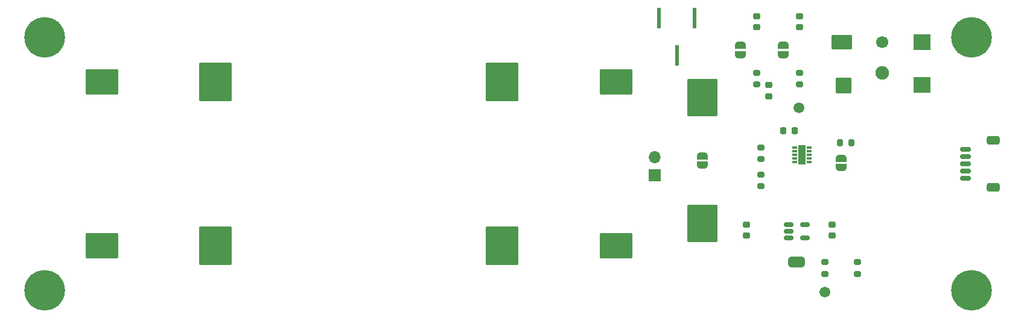
<source format=gts>
G04 #@! TF.GenerationSoftware,KiCad,Pcbnew,9.0.3*
G04 #@! TF.CreationDate,2025-08-26T18:22:23-07:00*
G04 #@! TF.ProjectId,newbatt,6e657762-6174-4742-9e6b-696361645f70,3*
G04 #@! TF.SameCoordinates,Original*
G04 #@! TF.FileFunction,Soldermask,Top*
G04 #@! TF.FilePolarity,Negative*
%FSLAX45Y45*%
G04 Gerber Fmt 4.5, Leading zero omitted, Abs format (unit mm)*
G04 Created by KiCad (PCBNEW 9.0.3) date 2025-08-26 18:22:23*
%MOMM*%
%LPD*%
G01*
G04 APERTURE LIST*
G04 Aperture macros list*
%AMRoundRect*
0 Rectangle with rounded corners*
0 $1 Rounding radius*
0 $2 $3 $4 $5 $6 $7 $8 $9 X,Y pos of 4 corners*
0 Add a 4 corners polygon primitive as box body*
4,1,4,$2,$3,$4,$5,$6,$7,$8,$9,$2,$3,0*
0 Add four circle primitives for the rounded corners*
1,1,$1+$1,$2,$3*
1,1,$1+$1,$4,$5*
1,1,$1+$1,$6,$7*
1,1,$1+$1,$8,$9*
0 Add four rect primitives between the rounded corners*
20,1,$1+$1,$2,$3,$4,$5,0*
20,1,$1+$1,$4,$5,$6,$7,0*
20,1,$1+$1,$6,$7,$8,$9,0*
20,1,$1+$1,$8,$9,$2,$3,0*%
%AMFreePoly0*
4,1,23,0.500000,-0.750000,0.000000,-0.750000,0.000000,-0.745722,-0.065263,-0.745722,-0.191342,-0.711940,-0.304381,-0.646677,-0.396677,-0.554381,-0.461940,-0.441342,-0.495722,-0.315263,-0.495722,-0.250000,-0.500000,-0.250000,-0.500000,0.250000,-0.495722,0.250000,-0.495722,0.315263,-0.461940,0.441342,-0.396677,0.554381,-0.304381,0.646677,-0.191342,0.711940,-0.065263,0.745722,0.000000,0.745722,
0.000000,0.750000,0.500000,0.750000,0.500000,-0.750000,0.500000,-0.750000,$1*%
%AMFreePoly1*
4,1,23,0.000000,0.745722,0.065263,0.745722,0.191342,0.711940,0.304381,0.646677,0.396677,0.554381,0.461940,0.441342,0.495722,0.315263,0.495722,0.250000,0.500000,0.250000,0.500000,-0.250000,0.495722,-0.250000,0.495722,-0.315263,0.461940,-0.441342,0.396677,-0.554381,0.304381,-0.646677,0.191342,-0.711940,0.065263,-0.745722,0.000000,-0.745722,0.000000,-0.750000,-0.500000,-0.750000,
-0.500000,0.750000,0.000000,0.750000,0.000000,0.745722,0.000000,0.745722,$1*%
G04 Aperture macros list end*
%ADD10C,0.000000*%
%ADD11C,1.500000*%
%ADD12FreePoly0,90.000000*%
%ADD13FreePoly1,90.000000*%
%ADD14RoundRect,0.102000X2.000000X-2.500000X2.000000X2.500000X-2.000000X2.500000X-2.000000X-2.500000X0*%
%ADD15C,3.600000*%
%ADD16C,5.700000*%
%ADD17R,0.558800X2.971800*%
%ADD18RoundRect,0.200000X0.275000X-0.200000X0.275000X0.200000X-0.275000X0.200000X-0.275000X-0.200000X0*%
%ADD19RoundRect,0.102000X2.150000X1.650000X-2.150000X1.650000X-2.150000X-1.650000X2.150000X-1.650000X0*%
%ADD20RoundRect,0.102000X2.150000X2.600000X-2.150000X2.600000X-2.150000X-2.600000X2.150000X-2.600000X0*%
%ADD21RoundRect,0.150000X-0.512500X-0.150000X0.512500X-0.150000X0.512500X0.150000X-0.512500X0.150000X0*%
%ADD22RoundRect,0.225000X-0.250000X0.225000X-0.250000X-0.225000X0.250000X-0.225000X0.250000X0.225000X0*%
%ADD23RoundRect,0.225000X0.225000X0.250000X-0.225000X0.250000X-0.225000X-0.250000X0.225000X-0.250000X0*%
%ADD24RoundRect,0.200000X-0.275000X0.200000X-0.275000X-0.200000X0.275000X-0.200000X0.275000X0.200000X0*%
%ADD25FreePoly0,180.000000*%
%ADD26FreePoly1,180.000000*%
%ADD27RoundRect,0.150000X0.625000X-0.150000X0.625000X0.150000X-0.625000X0.150000X-0.625000X-0.150000X0*%
%ADD28RoundRect,0.250000X0.650000X-0.350000X0.650000X0.350000X-0.650000X0.350000X-0.650000X-0.350000X0*%
%ADD29RoundRect,0.218750X-0.256250X0.218750X-0.256250X-0.218750X0.256250X-0.218750X0.256250X0.218750X0*%
%ADD30C,1.900000*%
%ADD31C,1.700000*%
%ADD32RoundRect,0.102000X1.100000X-1.000000X1.100000X1.000000X-1.100000X1.000000X-1.100000X-1.000000X0*%
%ADD33RoundRect,0.102000X1.300000X-0.950000X1.300000X0.950000X-1.300000X0.950000X-1.300000X-0.950000X0*%
%ADD34RoundRect,0.102000X1.000000X-1.000000X1.000000X1.000000X-1.000000X1.000000X-1.000000X-1.000000X0*%
%ADD35R,0.660400X0.304800*%
%ADD36C,0.508000*%
%ADD37R,0.939800X2.514600*%
%ADD38R,1.700000X1.700000*%
%ADD39O,1.700000X1.700000*%
%ADD40RoundRect,0.200000X-0.200000X-0.275000X0.200000X-0.275000X0.200000X0.275000X-0.200000X0.275000X0*%
G04 APERTURE END LIST*
G36*
X12515000Y-5205000D02*
G01*
X12485000Y-5205000D01*
X12485000Y-5055000D01*
X12515000Y-5055000D01*
X12515000Y-5205000D01*
G37*
D10*
G36*
X12555000Y-3753340D02*
G01*
X12521660Y-3753340D01*
X12521660Y-3489180D01*
X12555000Y-3489180D01*
X12555000Y-3753340D01*
G37*
G36*
X12628340Y-3522520D02*
G01*
X12521660Y-3522520D01*
X12521660Y-3489180D01*
X12628340Y-3489180D01*
X12628340Y-3522520D01*
G37*
G36*
X12628340Y-3601260D02*
G01*
X12521660Y-3601260D01*
X12521660Y-3562520D01*
X12628340Y-3562520D01*
X12628340Y-3601260D01*
G37*
G36*
X12628340Y-3680000D02*
G01*
X12521660Y-3680000D01*
X12521660Y-3641260D01*
X12628340Y-3641260D01*
X12628340Y-3680000D01*
G37*
G36*
X12628340Y-3753340D02*
G01*
X12521660Y-3753340D01*
X12521660Y-3720000D01*
X12628340Y-3720000D01*
X12628340Y-3753340D01*
G37*
G36*
X12628340Y-3753340D02*
G01*
X12595000Y-3753340D01*
X12595000Y-3489180D01*
X12628340Y-3489180D01*
X12628340Y-3753340D01*
G37*
D11*
X12900000Y-5550000D03*
D12*
X11175000Y-3765000D03*
D13*
X11175000Y-3635000D03*
D14*
X11175000Y-4585000D03*
X11175000Y-2815000D03*
D15*
X14950000Y-5525000D03*
D16*
X14950000Y-5525000D03*
D15*
X1950000Y-1975000D03*
D16*
X1950000Y-1975000D03*
D17*
X11070000Y-1700000D03*
X10820000Y-2223240D03*
X10570000Y-1700000D03*
D18*
X12540000Y-2632500D03*
X12540000Y-2467500D03*
D19*
X9963500Y-2600000D03*
D20*
X8368500Y-2600000D03*
X4348500Y-2600000D03*
D19*
X2753500Y-2600000D03*
X9963500Y-4900000D03*
D20*
X8368500Y-4900000D03*
X4348500Y-4900000D03*
D19*
X2753500Y-4900000D03*
D21*
X12386250Y-4600000D03*
X12386250Y-4695000D03*
X12386250Y-4790000D03*
X12613750Y-4790000D03*
X12613750Y-4600000D03*
D12*
X13125000Y-3800000D03*
D13*
X13125000Y-3670000D03*
D15*
X14950000Y-1975000D03*
D16*
X14950000Y-1975000D03*
D22*
X12110000Y-2642500D03*
X12110000Y-2797500D03*
D23*
X12470000Y-3280000D03*
X12315000Y-3280000D03*
D24*
X12000000Y-3517500D03*
X12000000Y-3682500D03*
D25*
X12565000Y-5130000D03*
D26*
X12435000Y-5130000D03*
D22*
X11800000Y-4600000D03*
X11800000Y-4755000D03*
D27*
X14870000Y-3950000D03*
X14870000Y-3850000D03*
X14870000Y-3750000D03*
X14870000Y-3650000D03*
X14870000Y-3550000D03*
D28*
X15257500Y-4080000D03*
X15257500Y-3420000D03*
D12*
X11715000Y-2215000D03*
D13*
X11715000Y-2085000D03*
D11*
X12530000Y-2960000D03*
D29*
X11940000Y-1671250D03*
X11940000Y-1828750D03*
D24*
X12000000Y-3897500D03*
X12000000Y-4062500D03*
D30*
X13705000Y-2470000D03*
D31*
X13705000Y-2040000D03*
D32*
X14260000Y-2640000D03*
X14260000Y-2040000D03*
D33*
X13130000Y-2040000D03*
D34*
X13160000Y-2650000D03*
D35*
X12472130Y-3521260D03*
X12472130Y-3571260D03*
X12472130Y-3621260D03*
X12472130Y-3671260D03*
X12472130Y-3721260D03*
X12677870Y-3721260D03*
X12677870Y-3671260D03*
X12677870Y-3621260D03*
X12677870Y-3571260D03*
X12677870Y-3521260D03*
D36*
X12575000Y-3542520D03*
X12575000Y-3621260D03*
D37*
X12575000Y-3621260D03*
D36*
X12575000Y-3700000D03*
D18*
X11940000Y-2632500D03*
X11940000Y-2467500D03*
D12*
X12315000Y-2215000D03*
D13*
X12315000Y-2085000D03*
D29*
X12540000Y-1671250D03*
X12540000Y-1828750D03*
D38*
X10510000Y-3907500D03*
D39*
X10510000Y-3653500D03*
D24*
X12900000Y-5130000D03*
X12900000Y-5295000D03*
D18*
X13350000Y-5295000D03*
X13350000Y-5130000D03*
D40*
X13107500Y-3450000D03*
X13272500Y-3450000D03*
D15*
X1950000Y-5525000D03*
D16*
X1950000Y-5525000D03*
D22*
X13000000Y-4600000D03*
X13000000Y-4755000D03*
M02*

</source>
